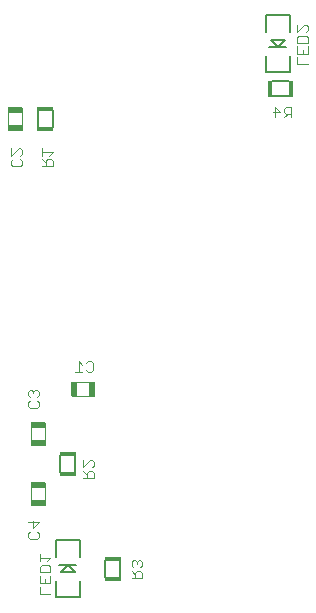
<source format=gbo>
G75*
%MOIN*%
%OFA0B0*%
%FSLAX25Y25*%
%IPPOS*%
%LPD*%
%AMOC8*
5,1,8,0,0,1.08239X$1,22.5*
%
%ADD10C,0.00400*%
%ADD11R,0.05118X0.01969*%
%ADD12R,0.01969X0.05118*%
%ADD13C,0.00800*%
%ADD14C,0.00600*%
%ADD15R,0.01400X0.05600*%
%ADD16R,0.05600X0.01400*%
D10*
X0064992Y0040340D02*
X0064992Y0041520D01*
X0065582Y0042110D01*
X0066762Y0043375D02*
X0066762Y0045735D01*
X0064992Y0045145D02*
X0068532Y0045145D01*
X0066762Y0043375D01*
X0067942Y0042110D02*
X0068532Y0041520D01*
X0068532Y0040340D01*
X0067942Y0039750D01*
X0065582Y0039750D01*
X0064992Y0040340D01*
X0068937Y0034609D02*
X0068937Y0032249D01*
X0068937Y0033429D02*
X0072477Y0033429D01*
X0071297Y0032249D01*
X0071887Y0030984D02*
X0069527Y0030984D01*
X0068937Y0030394D01*
X0068937Y0028624D01*
X0072477Y0028624D01*
X0072477Y0030394D01*
X0071887Y0030984D01*
X0072477Y0027359D02*
X0072477Y0024999D01*
X0068937Y0024999D01*
X0068937Y0027359D01*
X0070707Y0026179D02*
X0070707Y0024999D01*
X0068937Y0023734D02*
X0068937Y0021374D01*
X0072477Y0021374D01*
X0070599Y0051032D02*
X0070599Y0058316D01*
X0065875Y0058316D02*
X0065875Y0051032D01*
X0065875Y0071032D02*
X0065875Y0078316D01*
X0065582Y0083372D02*
X0064992Y0083962D01*
X0064992Y0085142D01*
X0065582Y0085732D01*
X0065582Y0086997D02*
X0064992Y0087587D01*
X0064992Y0088767D01*
X0065582Y0089357D01*
X0066172Y0089357D01*
X0066762Y0088767D01*
X0066762Y0088177D01*
X0066762Y0088767D02*
X0067352Y0089357D01*
X0067942Y0089357D01*
X0068532Y0088767D01*
X0068532Y0087587D01*
X0067942Y0086997D01*
X0067942Y0085732D02*
X0068532Y0085142D01*
X0068532Y0083962D01*
X0067942Y0083372D01*
X0065582Y0083372D01*
X0070599Y0078316D02*
X0070599Y0071032D01*
X0079595Y0087312D02*
X0086879Y0087312D01*
X0086879Y0092036D02*
X0079595Y0092036D01*
X0080677Y0095287D02*
X0083037Y0095287D01*
X0081857Y0095287D02*
X0081857Y0098827D01*
X0083037Y0097647D01*
X0084302Y0098237D02*
X0084892Y0098827D01*
X0086072Y0098827D01*
X0086662Y0098237D01*
X0086662Y0095877D01*
X0086072Y0095287D01*
X0084892Y0095287D01*
X0084302Y0095877D01*
X0083437Y0065859D02*
X0083437Y0063499D01*
X0085797Y0065859D01*
X0086387Y0065859D01*
X0086977Y0065269D01*
X0086977Y0064089D01*
X0086387Y0063499D01*
X0086387Y0062234D02*
X0085207Y0062234D01*
X0084617Y0061644D01*
X0084617Y0059874D01*
X0083437Y0059874D02*
X0086977Y0059874D01*
X0086977Y0061644D01*
X0086387Y0062234D01*
X0084617Y0061054D02*
X0083437Y0062234D01*
X0100090Y0032546D02*
X0099500Y0031956D01*
X0099500Y0030776D01*
X0100090Y0030186D01*
X0099500Y0028921D02*
X0100680Y0027741D01*
X0100680Y0028331D02*
X0100680Y0026561D01*
X0099500Y0026561D02*
X0103040Y0026561D01*
X0103040Y0028331D01*
X0102450Y0028921D01*
X0101270Y0028921D01*
X0100680Y0028331D01*
X0102450Y0030186D02*
X0103040Y0030776D01*
X0103040Y0031956D01*
X0102450Y0032546D01*
X0101860Y0032546D01*
X0101270Y0031956D01*
X0100680Y0032546D01*
X0100090Y0032546D01*
X0101270Y0031956D02*
X0101270Y0031366D01*
X0073257Y0163811D02*
X0069717Y0163811D01*
X0070897Y0163811D02*
X0070897Y0165581D01*
X0071487Y0166171D01*
X0072667Y0166171D01*
X0073257Y0165581D01*
X0073257Y0163811D01*
X0070897Y0164991D02*
X0069717Y0166171D01*
X0069717Y0167436D02*
X0069717Y0169796D01*
X0069717Y0168616D02*
X0073257Y0168616D01*
X0072077Y0167436D01*
X0063020Y0168026D02*
X0062430Y0167436D01*
X0063020Y0168026D02*
X0063020Y0169206D01*
X0062430Y0169796D01*
X0061840Y0169796D01*
X0059480Y0167436D01*
X0059480Y0169796D01*
X0060070Y0166171D02*
X0059480Y0165581D01*
X0059480Y0164401D01*
X0060070Y0163811D01*
X0062430Y0163811D01*
X0063020Y0164401D01*
X0063020Y0165581D01*
X0062430Y0166171D01*
X0063099Y0176032D02*
X0063099Y0183316D01*
X0058375Y0183316D02*
X0058375Y0176032D01*
X0146802Y0181920D02*
X0149162Y0181920D01*
X0147392Y0183690D01*
X0147392Y0180150D01*
X0150427Y0180150D02*
X0151607Y0181330D01*
X0151017Y0181330D02*
X0152787Y0181330D01*
X0152787Y0180150D02*
X0152787Y0183690D01*
X0151017Y0183690D01*
X0150427Y0183100D01*
X0150427Y0181920D01*
X0151017Y0181330D01*
X0154748Y0197810D02*
X0154748Y0200170D01*
X0154748Y0201436D02*
X0154748Y0203796D01*
X0154748Y0205061D02*
X0154748Y0206831D01*
X0155338Y0207421D01*
X0157698Y0207421D01*
X0158288Y0206831D01*
X0158288Y0205061D01*
X0154748Y0205061D01*
X0156518Y0202616D02*
X0156518Y0201436D01*
X0158288Y0201436D02*
X0154748Y0201436D01*
X0154748Y0197810D02*
X0158288Y0197810D01*
X0158288Y0201436D02*
X0158288Y0203796D01*
X0157698Y0208686D02*
X0158288Y0209276D01*
X0158288Y0210456D01*
X0157698Y0211046D01*
X0157108Y0211046D01*
X0154748Y0208686D01*
X0154748Y0211046D01*
D11*
X0068237Y0077627D03*
X0068237Y0071721D03*
X0068237Y0057627D03*
X0068237Y0051721D03*
X0060737Y0176721D03*
X0060737Y0182627D03*
D12*
X0080284Y0089674D03*
X0086190Y0089674D03*
D13*
X0082174Y0039123D02*
X0074300Y0039123D01*
X0074300Y0033611D01*
X0075481Y0030855D02*
X0078237Y0030855D01*
X0075875Y0028493D01*
X0080599Y0028493D01*
X0078237Y0030855D01*
X0080993Y0030855D01*
X0082174Y0033611D02*
X0082174Y0039123D01*
X0082174Y0025737D02*
X0082174Y0020225D01*
X0074300Y0020225D01*
X0074300Y0025737D01*
X0144300Y0195225D02*
X0152174Y0195225D01*
X0152174Y0200737D01*
X0150993Y0203493D02*
X0148237Y0203493D01*
X0150599Y0205855D01*
X0145875Y0205855D01*
X0148237Y0203493D01*
X0145481Y0203493D01*
X0144300Y0200737D02*
X0144300Y0195225D01*
X0144300Y0208611D02*
X0144300Y0214123D01*
X0152174Y0214123D01*
X0152174Y0208611D01*
D14*
X0151962Y0192174D02*
X0146362Y0192174D01*
X0146362Y0187174D02*
X0151962Y0187174D01*
X0073237Y0182474D02*
X0073237Y0176874D01*
X0068237Y0176874D02*
X0068237Y0182474D01*
X0075737Y0067474D02*
X0075737Y0061874D01*
X0080737Y0061874D02*
X0080737Y0067474D01*
X0090737Y0032474D02*
X0090737Y0026874D01*
X0095737Y0026874D02*
X0095737Y0032474D01*
D15*
X0145762Y0189674D03*
X0152562Y0189674D03*
D16*
X0070737Y0183074D03*
X0070737Y0176274D03*
X0078237Y0068074D03*
X0078237Y0061274D03*
X0093237Y0033074D03*
X0093237Y0026274D03*
M02*

</source>
